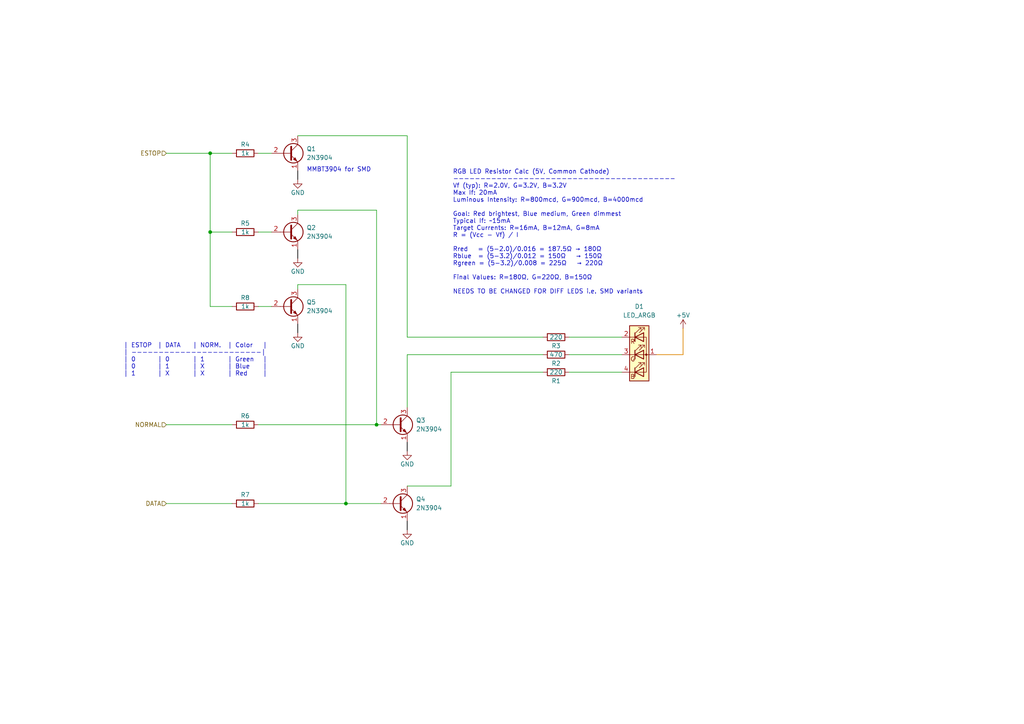
<source format=kicad_sch>
(kicad_sch (version 20250114) (generator "eeschema") (generator_version "9.0")
  (paper "A4")
  (lib_symbols
    (symbol "Device:LED_ARGB" (pin_names (offset 0) (hide yes))
      (property "Reference" "D" (at 0 9.398 0))
      (property "Value" "LED_ARGB" (at 0 -8.89 0))
      (symbol "LED_ARGB_0_0"
        (text "R" (at -1.905 3.81 0) (effects (font (size 1.27 1.27))))
        (text "G" (at -1.905 -1.27 0) (effects (font (size 1.27 1.27))))
        (text "B" (at -1.905 -6.35 0) (effects (font (size 1.27 1.27))))
      )
      (symbol "LED_ARGB_0_1"
        (polyline (pts (xy -1.27 6.35) (xy -1.27 3.81)) (stroke (width 0.254)))
        (polyline (pts (xy -1.27 6.35) (xy -1.27 3.81) (xy -1.27 3.81)))
        (polyline (pts (xy -1.27 5.08) (xy -2.54 5.08)))
        (polyline (pts (xy -1.27 5.08) (xy 1.27 5.08)))
        (polyline (pts (xy -1.27 1.27) (xy -1.27 -1.27)) (stroke (width 0.254)))
        (polyline (pts (xy -1.27 1.27) (xy -1.27 -1.27) (xy -1.27 -1.27)))
        (polyline (pts (xy -1.27 0) (xy -2.54 0)))
        (polyline (pts (xy -1.27 -3.81) (xy -1.27 -6.35)) (stroke (width 0.254)))
        (polyline (pts (xy -1.27 -5.08) (xy -2.54 -5.08)))
        (polyline (pts (xy -1.27 -5.08) (xy 1.27 -5.08)))
        (polyline (pts (xy -1.016 6.35) (xy 0.508 7.874) (xy -0.254 7.874) (xy 0.508 7.874) (xy 0.508 7.112)))
        (polyline (pts (xy -1.016 1.27) (xy 0.508 2.794) (xy -0.254 2.794) (xy 0.508 2.794) (xy 0.508 2.032)))
        (polyline (pts (xy -1.016 -3.81) (xy 0.508 -2.286) (xy -0.254 -2.286) (xy 0.508 -2.286) (xy 0.508 -3.048)))
        (polyline (pts (xy 0 6.35) (xy 1.524 7.874) (xy 0.762 7.874) (xy 1.524 7.874) (xy 1.524 7.112)))
        (polyline (pts (xy 0 1.27) (xy 1.524 2.794) (xy 0.762 2.794) (xy 1.524 2.794) (xy 1.524 2.032)))
        (polyline (pts (xy 0 -3.81) (xy 1.524 -2.286) (xy 0.762 -2.286) (xy 1.524 -2.286) (xy 1.524 -3.048)))
        (polyline (pts (xy 1.27 6.35) (xy 1.27 3.81) (xy -1.27 5.08) (xy 1.27 6.35)) (stroke (width 0.254)))
        (rectangle (start 1.27 6.35) (end 1.27 6.35))
        (rectangle (start 1.27 3.81) (end 1.27 6.35))
        (polyline (pts (xy 1.27 1.27) (xy 1.27 -1.27) (xy -1.27 0) (xy 1.27 1.27)) (stroke (width 0.254)))
        (rectangle (start 1.27 1.27) (end 1.27 1.27))
        (polyline (pts (xy 1.27 0) (xy -1.27 0)))
        (polyline (pts (xy 1.27 0) (xy 2.54 0)))
        (rectangle (start 1.27 -1.27) (end 1.27 1.27))
        (polyline (pts (xy 1.27 -3.81) (xy 1.27 -6.35) (xy -1.27 -5.08) (xy 1.27 -3.81)) (stroke (width 0.254)))
        (polyline (pts (xy 1.27 -5.08) (xy 2.032 -5.08) (xy 2.032 5.08) (xy 1.27 5.08)))
        (circle (center 2.032 0) (radius 0.254) (fill (type outline)))
        (rectangle (start 2.794 8.382) (end -2.794 -7.62) (stroke (width 0.254)) (fill (type background)))
      )
      (symbol "LED_ARGB_1_1"
        (pin passive line (at -5.08 5.08 0) (length 2.54) (name "RK") (number "2"))
        (pin passive line (at -5.08 0 0) (length 2.54) (name "GK") (number "3"))
        (pin passive line (at -5.08 -5.08 0) (length 2.54) (name "BK") (number "4"))
        (pin passive line (at 5.08 0 180) (length 2.54) (name "A") (number "1"))
      )
    )
    (symbol "Device:R" (pin_numbers (hide yes)) (pin_names (offset 0))
      (property "Reference" "R" (at 2.032 0 90))
      (property "Value" "R" (at 0 0 90))
      (symbol "R_0_1"
        (rectangle (start -1.016 -2.54) (end 1.016 2.54) (stroke (width 0.254)))
      )
      (symbol "R_1_1"
        (pin passive line (at 0 3.81 270) (length 1.27) (name "~") (number "1"))
        (pin passive line (at 0 -3.81 90) (length 1.27) (name "~") (number "2"))
      )
    )
    (symbol "Transistor_BJT:2N3904" (pin_names (offset 0) (hide yes))
      (property "Reference" "Q" (at 5.08 1.905 0))
      (property "Value" "2N3904" (at 5.08 0 0))
      (symbol "2N3904_0_1"
        (polyline (pts (xy -2.54 0) (xy 0.635 0)))
        (polyline (pts (xy 0.635 1.905) (xy 0.635 -1.905)) (stroke (width 0.508)))
        (circle (center 1.27 0) (radius 2.8194) (stroke (width 0.254)))
      )
      (symbol "2N3904_1_1"
        (polyline (pts (xy 0.635 0.635) (xy 2.54 2.54)))
        (polyline (pts (xy 0.635 -0.635) (xy 2.54 -2.54)))
        (polyline (pts (xy 1.27 -1.778) (xy 1.778 -1.27) (xy 2.286 -2.286) (xy 1.27 -1.778)) (fill (type outline)))
        (pin input line (at -5.08 0 0) (length 2.54) (name "B") (number "2"))
        (pin passive line (at 2.54 5.08 270) (length 2.54) (name "C") (number "3"))
        (pin passive line (at 2.54 -5.08 90) (length 2.54) (name "E") (number "1"))
      )
    )
    (symbol "power:+5V" (power) (pin_numbers (hide yes)) (pin_names (offset 0) (hide yes))
      (property "Value" "+5V" (at 0 3.556 0))
      (symbol "+5V_0_1"
        (polyline (pts (xy -0.762 1.27) (xy 0 2.54)))
        (polyline (pts (xy 0 2.54) (xy 0.762 1.27)))
        (polyline (pts (xy 0 0) (xy 0 2.54)))
      )
      (symbol "+5V_1_1"
        (pin power_in line (at 0 0 90) (length 0) (name "~") (number "1"))
      )
    )
    (symbol "power:GND" (power) (pin_numbers (hide yes)) (pin_names (offset 0) (hide yes))
      (property "Value" "GND" (at 0 -3.81 0))
      (symbol "GND_0_1"
        (polyline (pts (xy 0 0) (xy 0 -1.27) (xy 1.27 -1.27) (xy 0 -2.54) (xy -1.27 -1.27) (xy 0 -1.27)))
      )
      (symbol "GND_1_1"
        (pin power_in line (at 0 0 270) (length 0) (name "~") (number "1"))
      )
    )
  )
  (text "| ESTOP	| DATA	| NORM.	| Color	|\n| ------------------------|\n| 0		| 0		| 1		| Green	|\n| 0		| 1		| X		| Blue	|\n| 1		| X		| X		| Red	|\n" (at 35.814 104.394 0) (effects (font (size 1.27 1.27)) (justify left)))
  (text "MMBT3904 for SMD" (at 98.298 49.276 0) (effects (font (size 1.27 1.27))))
  (text "RGB LED Resistor Calc (5V, Common Cathode)\n-----------------------------------------\nVf (typ): R=2.0V, G=3.2V, B=3.2V  \nMax If: 20mA  \nLuminous Intensity: R=800mcd, G=900mcd, B=4000mcd  \n\nGoal: Red brightest, Blue medium, Green dimmest  \nTypical If: ~15mA\nTarget Currents: R=16mA, B=12mA, G=8mA  \nR = (Vcc − Vf) / I  \n\nRred   = (5−2.0)/0.016 = 187.5Ω → 180Ω  \nRblue  = (5−3.2)/0.012 = 150Ω   → 150Ω  \nRgreen = (5−3.2)/0.008 = 225Ω   → 220Ω  \n\nFinal Values: R=180Ω, G=220Ω, B=150Ω  \n\nNEEDS TO BE CHANGED FOR DIFF LEDS i.e. SMD variants" (at 131.318 67.31 0) (effects (font (size 1.27 1.27)) (justify left)))
  (junction (at 109.22 123.19))
  (junction (at 60.96 44.45))
  (junction (at 60.96 67.31))
  (junction (at 100.33 146.05))
  (wire (pts (xy 118.11 102.87) (xy 118.11 118.11)))
  (wire (pts (xy 48.26 44.45) (xy 60.96 44.45)))
  (wire (pts (xy 60.96 67.31) (xy 67.31 67.31)))
  (wire (pts (xy 198.12 95.25) (xy 198.12 102.87)) (stroke (width 0.2032) (color 221 133 0 1)))
  (wire (pts (xy 109.22 123.19) (xy 110.49 123.19)))
  (wire (pts (xy 118.11 39.37) (xy 118.11 97.79)))
  (wire (pts (xy 86.36 52.07) (xy 86.36 49.53)) (stroke (width 0.2032) (color 0 0 0 1)))
  (wire (pts (xy 48.26 123.19) (xy 67.31 123.19)))
  (wire (pts (xy 118.11 130.81) (xy 118.11 128.27)) (stroke (width 0.2032) (color 0 0 0 1)))
  (wire (pts (xy 74.93 88.9) (xy 78.74 88.9)))
  (wire (pts (xy 74.93 123.19) (xy 109.22 123.19)))
  (wire (pts (xy 74.93 44.45) (xy 78.74 44.45)))
  (wire (pts (xy 60.96 88.9) (xy 67.31 88.9)))
  (wire (pts (xy 86.36 60.96) (xy 86.36 62.23)))
  (wire (pts (xy 130.81 140.97) (xy 118.11 140.97)))
  (wire (pts (xy 165.1 107.95) (xy 180.34 107.95)))
  (wire (pts (xy 86.36 60.96) (xy 109.22 60.96)))
  (wire (pts (xy 165.1 102.87) (xy 180.34 102.87)))
  (wire (pts (xy 86.36 82.55) (xy 86.36 83.82)))
  (wire (pts (xy 60.96 44.45) (xy 67.31 44.45)))
  (wire (pts (xy 100.33 82.55) (xy 86.36 82.55)))
  (wire (pts (xy 130.81 107.95) (xy 130.81 140.97)))
  (wire (pts (xy 100.33 146.05) (xy 110.49 146.05)))
  (wire (pts (xy 118.11 102.87) (xy 157.48 102.87)))
  (wire (pts (xy 109.22 60.96) (xy 109.22 123.19)))
  (wire (pts (xy 165.1 97.79) (xy 180.34 97.79)))
  (wire (pts (xy 74.93 146.05) (xy 100.33 146.05)))
  (wire (pts (xy 118.11 153.67) (xy 118.11 151.13)) (stroke (width 0.2032) (color 0 0 0 1)))
  (wire (pts (xy 74.93 67.31) (xy 78.74 67.31)))
  (wire (pts (xy 100.33 82.55) (xy 100.33 146.05)))
  (wire (pts (xy 130.81 107.95) (xy 157.48 107.95)))
  (wire (pts (xy 157.48 97.79) (xy 118.11 97.79)))
  (wire (pts (xy 86.36 96.52) (xy 86.36 93.98)) (stroke (width 0.2032) (color 0 0 0 1)))
  (wire (pts (xy 86.36 74.93) (xy 86.36 72.39)) (stroke (width 0.2032) (color 0 0 0 1)))
  (wire (pts (xy 60.96 44.45) (xy 60.96 67.31)))
  (wire (pts (xy 198.12 102.87) (xy 190.5 102.87)) (stroke (width 0.2032) (color 221 133 0 1)))
  (wire (pts (xy 86.36 39.37) (xy 118.11 39.37)))
  (wire (pts (xy 60.96 67.31) (xy 60.96 88.9)))
  (wire (pts (xy 48.26 146.05) (xy 67.31 146.05)))
  (hierarchical_label "ESTOP" (shape input) (at 48.26 44.45 180))
  (hierarchical_label "NORMAL" (shape input) (at 48.26 123.19 180))
  (hierarchical_label "DATA" (shape input) (at 48.26 146.05 180))
  (symbol (lib_id "power:GND") (at 86.36 74.93 0) (mirror y) (unit 1)
    (property "Reference" "#PWR016" (effects (hide yes)))
    (property "Value" "GND" (at 86.36 78.74 0))
    (property "Description" "Power symbol creates a global label with name \"GND\" , ground" (effects (hide yes)))
  )
  (symbol (lib_id "power:GND") (at 86.36 52.07 0) (mirror y) (unit 1)
    (property "Reference" "#PWR015" (effects (hide yes)))
    (property "Value" "GND" (at 86.36 55.88 0))
    (property "Description" "Power symbol creates a global label with name \"GND\" , ground" (effects (hide yes)))
  )
  (symbol (lib_id "Device:R") (at 71.12 123.19 90) (unit 1)
    (property "Reference" "R6" (at 71.12 120.65 90))
    (property "Value" "1k" (at 71.12 123.19 90))
    (property "Description" "Resistor" (effects (hide yes)))
  )
  (symbol (lib_id "Device:R") (at 161.29 97.79 270) (unit 1)
    (property "Reference" "R3" (at 161.29 100.33 90))
    (property "Value" "220" (at 161.29 97.79 90))
    (property "Description" "Resistor" (effects (hide yes)))
  )
  (symbol (lib_id "Device:R") (at 161.29 102.87 270) (unit 1)
    (property "Reference" "R2" (at 161.29 105.41 90))
    (property "Value" "470" (at 161.29 102.87 90))
    (property "Description" "Resistor" (effects (hide yes)))
  )
  (symbol (lib_id "power:+5V") (at 198.12 95.25 0) (mirror y) (unit 1)
    (property "Reference" "#PWR014" (effects (hide yes)))
    (property "Value" "+5V" (at 198.12 91.44 0))
    (property "Description" "Power symbol creates a global label with name \"+5V\"" (effects (hide yes)))
  )
  (symbol (lib_id "Device:R") (at 71.12 67.31 90) (unit 1)
    (property "Reference" "R5" (at 71.12 64.77 90))
    (property "Value" "1k" (at 71.12 67.31 90))
    (property "Description" "Resistor" (effects (hide yes)))
  )
  (symbol (lib_id "Device:R") (at 71.12 88.9 90) (unit 1)
    (property "Reference" "R8" (at 71.12 86.36 90))
    (property "Value" "1k" (at 71.12 88.9 90))
    (property "Description" "Resistor" (effects (hide yes)))
  )
  (symbol (lib_id "Transistor_BJT:2N3904") (at 83.82 88.9 0) (unit 1)
    (property "Reference" "Q5" (at 88.9 87.6299 0) (effects (justify left)))
    (property "Value" "2N3904" (at 88.9 90.1699 0) (effects (justify left)))
    (property "Footprint" "Package_TO_SOT_THT:TO-92_Inline" (effects (hide yes)))
    (property "Datasheet" "https://www.onsemi.com/pub/Collateral/2N3903-D.PDF" (effects (hide yes)))
    (property "Description" "0.2A Ic, 40V Vce, Small Signal NPN Transistor, TO-92" (effects (hide yes)))
  )
  (symbol (lib_id "Transistor_BJT:2N3904") (at 115.57 146.05 0) (unit 1)
    (property "Reference" "Q4" (at 120.65 144.7799 0) (effects (justify left)))
    (property "Value" "2N3904" (at 120.65 147.3199 0) (effects (justify left)))
    (property "Footprint" "Package_TO_SOT_THT:TO-92_Inline" (effects (hide yes)))
    (property "Datasheet" "https://www.onsemi.com/pub/Collateral/2N3903-D.PDF" (effects (hide yes)))
    (property "Description" "0.2A Ic, 40V Vce, Small Signal NPN Transistor, TO-92" (effects (hide yes)))
  )
  (symbol (lib_id "Device:R") (at 71.12 44.45 90) (unit 1)
    (property "Reference" "R4" (at 71.12 41.91 90))
    (property "Value" "1k" (at 71.12 44.45 90))
    (property "Description" "Resistor" (effects (hide yes)))
  )
  (symbol (lib_id "power:GND") (at 86.36 96.52 0) (mirror y) (unit 1)
    (property "Reference" "#PWR019" (effects (hide yes)))
    (property "Value" "GND" (at 86.36 100.33 0))
    (property "Description" "Power symbol creates a global label with name \"GND\" , ground" (effects (hide yes)))
  )
  (symbol (lib_id "Device:R") (at 161.29 107.95 270) (unit 1)
    (property "Reference" "R1" (at 161.29 110.49 90))
    (property "Value" "220" (at 161.29 107.95 90))
    (property "Description" "Resistor" (effects (hide yes)))
  )
  (symbol (lib_id "Device:LED_ARGB") (at 185.42 102.87 0) (unit 1)
    (property "Reference" "D1" (at 185.42 88.9 0))
    (property "Value" "LED_ARGB" (at 185.42 91.44 0))
    (property "Description" "RGB LED, anode/red/green/blue" (effects (hide yes)))
  )
  (symbol (lib_id "power:GND") (at 118.11 130.81 0) (mirror y) (unit 1)
    (property "Reference" "#PWR017" (effects (hide yes)))
    (property "Value" "GND" (at 118.11 134.62 0))
    (property "Description" "Power symbol creates a global label with name \"GND\" , ground" (effects (hide yes)))
  )
  (symbol (lib_id "Transistor_BJT:2N3904") (at 115.57 123.19 0) (unit 1)
    (property "Reference" "Q3" (at 120.65 121.9199 0) (effects (justify left)))
    (property "Value" "2N3904" (at 120.65 124.4599 0) (effects (justify left)))
    (property "Footprint" "Package_TO_SOT_THT:TO-92_Inline" (effects (hide yes)))
    (property "Datasheet" "https://www.onsemi.com/pub/Collateral/2N3903-D.PDF" (effects (hide yes)))
    (property "Description" "0.2A Ic, 40V Vce, Small Signal NPN Transistor, TO-92" (effects (hide yes)))
  )
  (symbol (lib_id "Device:R") (at 71.12 146.05 90) (unit 1)
    (property "Reference" "R7" (at 71.12 143.51 90))
    (property "Value" "1k" (at 71.12 146.05 90))
    (property "Description" "Resistor" (effects (hide yes)))
  )
  (symbol (lib_id "Transistor_BJT:2N3904") (at 83.82 67.31 0) (unit 1)
    (property "Reference" "Q2" (at 88.9 66.0399 0) (effects (justify left)))
    (property "Value" "2N3904" (at 88.9 68.5799 0) (effects (justify left)))
    (property "Footprint" "Package_TO_SOT_THT:TO-92_Inline" (effects (hide yes)))
    (property "Datasheet" "https://www.onsemi.com/pub/Collateral/2N3903-D.PDF" (effects (hide yes)))
    (property "Description" "0.2A Ic, 40V Vce, Small Signal NPN Transistor, TO-92" (effects (hide yes)))
  )
  (symbol (lib_id "power:GND") (at 118.11 153.67 0) (mirror y) (unit 1)
    (property "Reference" "#PWR018" (effects (hide yes)))
    (property "Value" "GND" (at 118.11 157.48 0))
    (property "Description" "Power symbol creates a global label with name \"GND\" , ground" (effects (hide yes)))
  )
  (symbol (lib_id "Transistor_BJT:2N3904") (at 83.82 44.45 0) (unit 1)
    (property "Reference" "Q1" (at 88.9 43.1799 0) (effects (justify left)))
    (property "Value" "2N3904" (at 88.9 45.7199 0) (effects (justify left)))
    (property "Footprint" "Package_TO_SOT_THT:TO-92_Inline" (effects (hide yes)))
    (property "Datasheet" "https://www.onsemi.com/pub/Collateral/2N3903-D.PDF" (effects (hide yes)))
    (property "Description" "0.2A Ic, 40V Vce, Small Signal NPN Transistor, TO-92" (effects (hide yes)))
  )
)
</source>
